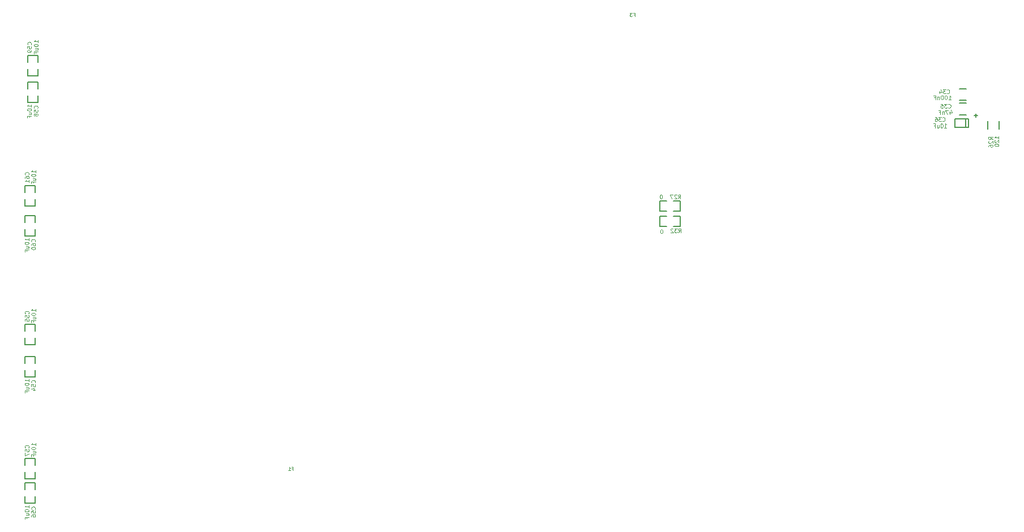
<source format=gbo>
G04 #@! TF.FileFunction,Legend,Bot*
%FSLAX46Y46*%
G04 Gerber Fmt 4.6, Leading zero omitted, Abs format (unit mm)*
G04 Created by KiCad (PCBNEW 4.0.4+e1-6308~48~ubuntu15.10.1-stable) date Fri Nov 17 08:43:39 2017*
%MOMM*%
%LPD*%
G01*
G04 APERTURE LIST*
%ADD10C,0.150000*%
%ADD11C,0.127000*%
%ADD12C,0.100000*%
G04 APERTURE END LIST*
D10*
X214909000Y-70530000D02*
X214909000Y-70403000D01*
X214655000Y-70657000D02*
X215163000Y-70657000D01*
X214909000Y-70911000D02*
X214909000Y-70530000D01*
X213385000Y-72435000D02*
X213385000Y-71165000D01*
X211734000Y-72435000D02*
X211734000Y-71165000D01*
X211734000Y-71165000D02*
X213766000Y-71165000D01*
X213766000Y-71165000D02*
X213766000Y-72435000D01*
X213766000Y-72435000D02*
X211734000Y-72435000D01*
D11*
X168664000Y-85716600D02*
X167648000Y-85716600D01*
X167648000Y-85716600D02*
X167648000Y-87240600D01*
X167648000Y-87240600D02*
X168664000Y-87240600D01*
X169680000Y-87240600D02*
X170696000Y-87240600D01*
X170696000Y-87240600D02*
X170696000Y-85716600D01*
X170696000Y-85716600D02*
X169680000Y-85716600D01*
X168664000Y-83481400D02*
X167648000Y-83481400D01*
X167648000Y-83481400D02*
X167648000Y-85005400D01*
X167648000Y-85005400D02*
X168664000Y-85005400D01*
X169680000Y-85005400D02*
X170696000Y-85005400D01*
X170696000Y-85005400D02*
X170696000Y-83481400D01*
X170696000Y-83481400D02*
X169680000Y-83481400D01*
X73136000Y-63754000D02*
X73136000Y-64770000D01*
X73136000Y-64770000D02*
X74660000Y-64770000D01*
X74660000Y-64770000D02*
X74660000Y-63754000D01*
X74660000Y-62738000D02*
X74660000Y-61722000D01*
X74660000Y-61722000D02*
X73136000Y-61722000D01*
X73136000Y-61722000D02*
X73136000Y-62738000D01*
X74660000Y-66675000D02*
X74660000Y-65659000D01*
X74660000Y-65659000D02*
X73136000Y-65659000D01*
X73136000Y-65659000D02*
X73136000Y-66675000D01*
X73136000Y-67691000D02*
X73136000Y-68707000D01*
X73136000Y-68707000D02*
X74660000Y-68707000D01*
X74660000Y-68707000D02*
X74660000Y-67691000D01*
X72755000Y-83218400D02*
X72755000Y-84234400D01*
X72755000Y-84234400D02*
X74279000Y-84234400D01*
X74279000Y-84234400D02*
X74279000Y-83218400D01*
X74279000Y-82202400D02*
X74279000Y-81186400D01*
X74279000Y-81186400D02*
X72755000Y-81186400D01*
X72755000Y-81186400D02*
X72755000Y-82202400D01*
X74279000Y-86664800D02*
X74279000Y-85648800D01*
X74279000Y-85648800D02*
X72755000Y-85648800D01*
X72755000Y-85648800D02*
X72755000Y-86664800D01*
X72755000Y-87680800D02*
X72755000Y-88696800D01*
X72755000Y-88696800D02*
X74279000Y-88696800D01*
X74279000Y-88696800D02*
X74279000Y-87680800D01*
X72755000Y-103983600D02*
X72755000Y-104999600D01*
X72755000Y-104999600D02*
X74279000Y-104999600D01*
X74279000Y-104999600D02*
X74279000Y-103983600D01*
X74279000Y-102967600D02*
X74279000Y-101951600D01*
X74279000Y-101951600D02*
X72755000Y-101951600D01*
X72755000Y-101951600D02*
X72755000Y-102967600D01*
X74279000Y-107756200D02*
X74279000Y-106740200D01*
X74279000Y-106740200D02*
X72755000Y-106740200D01*
X72755000Y-106740200D02*
X72755000Y-107756200D01*
X72755000Y-108772200D02*
X72755000Y-109788200D01*
X72755000Y-109788200D02*
X74279000Y-109788200D01*
X74279000Y-109788200D02*
X74279000Y-108772200D01*
X72755000Y-124053600D02*
X72755000Y-125069600D01*
X72755000Y-125069600D02*
X74279000Y-125069600D01*
X74279000Y-125069600D02*
X74279000Y-124053600D01*
X74279000Y-123037600D02*
X74279000Y-122021600D01*
X74279000Y-122021600D02*
X72755000Y-122021600D01*
X72755000Y-122021600D02*
X72755000Y-123037600D01*
X74279000Y-126669800D02*
X74279000Y-125653800D01*
X74279000Y-125653800D02*
X72755000Y-125653800D01*
X72755000Y-125653800D02*
X72755000Y-126669800D01*
X72755000Y-127685800D02*
X72755000Y-128701800D01*
X72755000Y-128701800D02*
X74279000Y-128701800D01*
X74279000Y-128701800D02*
X74279000Y-127685800D01*
D10*
X213450000Y-68400000D02*
X212450000Y-68400000D01*
X212450000Y-66700000D02*
X213450000Y-66700000D01*
X213450000Y-70550000D02*
X212450000Y-70550000D01*
X212450000Y-68850000D02*
X213450000Y-68850000D01*
X216630280Y-71536000D02*
X216630280Y-72736000D01*
X218380280Y-72736000D02*
X218380280Y-71536000D01*
D12*
X209885715Y-71489286D02*
X209914286Y-71517857D01*
X210000000Y-71546429D01*
X210057143Y-71546429D01*
X210142858Y-71517857D01*
X210200000Y-71460714D01*
X210228572Y-71403571D01*
X210257143Y-71289286D01*
X210257143Y-71203571D01*
X210228572Y-71089286D01*
X210200000Y-71032143D01*
X210142858Y-70975000D01*
X210057143Y-70946429D01*
X210000000Y-70946429D01*
X209914286Y-70975000D01*
X209885715Y-71003571D01*
X209685715Y-70946429D02*
X209314286Y-70946429D01*
X209514286Y-71175000D01*
X209428572Y-71175000D01*
X209371429Y-71203571D01*
X209342858Y-71232143D01*
X209314286Y-71289286D01*
X209314286Y-71432143D01*
X209342858Y-71489286D01*
X209371429Y-71517857D01*
X209428572Y-71546429D01*
X209600000Y-71546429D01*
X209657143Y-71517857D01*
X209685715Y-71489286D01*
X208800000Y-70946429D02*
X208914286Y-70946429D01*
X208971429Y-70975000D01*
X209000000Y-71003571D01*
X209057143Y-71089286D01*
X209085714Y-71203571D01*
X209085714Y-71432143D01*
X209057143Y-71489286D01*
X209028571Y-71517857D01*
X208971429Y-71546429D01*
X208857143Y-71546429D01*
X208800000Y-71517857D01*
X208771429Y-71489286D01*
X208742857Y-71432143D01*
X208742857Y-71289286D01*
X208771429Y-71232143D01*
X208800000Y-71203571D01*
X208857143Y-71175000D01*
X208971429Y-71175000D01*
X209028571Y-71203571D01*
X209057143Y-71232143D01*
X209085714Y-71289286D01*
X210167857Y-72496429D02*
X210510714Y-72496429D01*
X210339286Y-72496429D02*
X210339286Y-71896429D01*
X210396429Y-71982143D01*
X210453571Y-72039286D01*
X210510714Y-72067857D01*
X209796428Y-71896429D02*
X209739285Y-71896429D01*
X209682142Y-71925000D01*
X209653571Y-71953571D01*
X209625000Y-72010714D01*
X209596428Y-72125000D01*
X209596428Y-72267857D01*
X209625000Y-72382143D01*
X209653571Y-72439286D01*
X209682142Y-72467857D01*
X209739285Y-72496429D01*
X209796428Y-72496429D01*
X209853571Y-72467857D01*
X209882142Y-72439286D01*
X209910714Y-72382143D01*
X209939285Y-72267857D01*
X209939285Y-72125000D01*
X209910714Y-72010714D01*
X209882142Y-71953571D01*
X209853571Y-71925000D01*
X209796428Y-71896429D01*
X209082142Y-72096429D02*
X209082142Y-72496429D01*
X209339285Y-72096429D02*
X209339285Y-72410714D01*
X209310713Y-72467857D01*
X209253571Y-72496429D01*
X209167856Y-72496429D01*
X209110713Y-72467857D01*
X209082142Y-72439286D01*
X208596428Y-72182143D02*
X208796428Y-72182143D01*
X208796428Y-72496429D02*
X208796428Y-71896429D01*
X208510714Y-71896429D01*
X170413315Y-88180829D02*
X170613315Y-87895114D01*
X170756172Y-88180829D02*
X170756172Y-87580829D01*
X170527600Y-87580829D01*
X170470458Y-87609400D01*
X170441886Y-87637971D01*
X170413315Y-87695114D01*
X170413315Y-87780829D01*
X170441886Y-87837971D01*
X170470458Y-87866543D01*
X170527600Y-87895114D01*
X170756172Y-87895114D01*
X170213315Y-87580829D02*
X169841886Y-87580829D01*
X170041886Y-87809400D01*
X169956172Y-87809400D01*
X169899029Y-87837971D01*
X169870458Y-87866543D01*
X169841886Y-87923686D01*
X169841886Y-88066543D01*
X169870458Y-88123686D01*
X169899029Y-88152257D01*
X169956172Y-88180829D01*
X170127600Y-88180829D01*
X170184743Y-88152257D01*
X170213315Y-88123686D01*
X169613314Y-87637971D02*
X169584743Y-87609400D01*
X169527600Y-87580829D01*
X169384743Y-87580829D01*
X169327600Y-87609400D01*
X169299029Y-87637971D01*
X169270457Y-87695114D01*
X169270457Y-87752257D01*
X169299029Y-87837971D01*
X169641886Y-88180829D01*
X169270457Y-88180829D01*
X167922571Y-87707829D02*
X167865428Y-87707829D01*
X167808285Y-87736400D01*
X167779714Y-87764971D01*
X167751143Y-87822114D01*
X167722571Y-87936400D01*
X167722571Y-88079257D01*
X167751143Y-88193543D01*
X167779714Y-88250686D01*
X167808285Y-88279257D01*
X167865428Y-88307829D01*
X167922571Y-88307829D01*
X167979714Y-88279257D01*
X168008285Y-88250686D01*
X168036857Y-88193543D01*
X168065428Y-88079257D01*
X168065428Y-87936400D01*
X168036857Y-87822114D01*
X168008285Y-87764971D01*
X167979714Y-87736400D01*
X167922571Y-87707829D01*
X170362515Y-83100829D02*
X170562515Y-82815114D01*
X170705372Y-83100829D02*
X170705372Y-82500829D01*
X170476800Y-82500829D01*
X170419658Y-82529400D01*
X170391086Y-82557971D01*
X170362515Y-82615114D01*
X170362515Y-82700829D01*
X170391086Y-82757971D01*
X170419658Y-82786543D01*
X170476800Y-82815114D01*
X170705372Y-82815114D01*
X170133943Y-82557971D02*
X170105372Y-82529400D01*
X170048229Y-82500829D01*
X169905372Y-82500829D01*
X169848229Y-82529400D01*
X169819658Y-82557971D01*
X169791086Y-82615114D01*
X169791086Y-82672257D01*
X169819658Y-82757971D01*
X170162515Y-83100829D01*
X169791086Y-83100829D01*
X169591086Y-82500829D02*
X169191086Y-82500829D01*
X169448229Y-83100829D01*
X167846371Y-82526229D02*
X167789228Y-82526229D01*
X167732085Y-82554800D01*
X167703514Y-82583371D01*
X167674943Y-82640514D01*
X167646371Y-82754800D01*
X167646371Y-82897657D01*
X167674943Y-83011943D01*
X167703514Y-83069086D01*
X167732085Y-83097657D01*
X167789228Y-83126229D01*
X167846371Y-83126229D01*
X167903514Y-83097657D01*
X167932085Y-83069086D01*
X167960657Y-83011943D01*
X167989228Y-82897657D01*
X167989228Y-82754800D01*
X167960657Y-82640514D01*
X167932085Y-82583371D01*
X167903514Y-82554800D01*
X167846371Y-82526229D01*
X73634766Y-60076445D02*
X73663337Y-60047874D01*
X73691909Y-59962160D01*
X73691909Y-59905017D01*
X73663337Y-59819302D01*
X73606194Y-59762160D01*
X73549051Y-59733588D01*
X73434766Y-59705017D01*
X73349051Y-59705017D01*
X73234766Y-59733588D01*
X73177623Y-59762160D01*
X73120480Y-59819302D01*
X73091909Y-59905017D01*
X73091909Y-59962160D01*
X73120480Y-60047874D01*
X73149051Y-60076445D01*
X73091909Y-60619302D02*
X73091909Y-60333588D01*
X73377623Y-60305017D01*
X73349051Y-60333588D01*
X73320480Y-60390731D01*
X73320480Y-60533588D01*
X73349051Y-60590731D01*
X73377623Y-60619302D01*
X73434766Y-60647874D01*
X73577623Y-60647874D01*
X73634766Y-60619302D01*
X73663337Y-60590731D01*
X73691909Y-60533588D01*
X73691909Y-60390731D01*
X73663337Y-60333588D01*
X73634766Y-60305017D01*
X73691909Y-60933589D02*
X73691909Y-61047874D01*
X73663337Y-61105017D01*
X73634766Y-61133589D01*
X73549051Y-61190731D01*
X73434766Y-61219303D01*
X73206194Y-61219303D01*
X73149051Y-61190731D01*
X73120480Y-61162160D01*
X73091909Y-61105017D01*
X73091909Y-60990731D01*
X73120480Y-60933589D01*
X73149051Y-60905017D01*
X73206194Y-60876446D01*
X73349051Y-60876446D01*
X73406194Y-60905017D01*
X73434766Y-60933589D01*
X73463337Y-60990731D01*
X73463337Y-61105017D01*
X73434766Y-61162160D01*
X73406194Y-61190731D01*
X73349051Y-61219303D01*
X74668469Y-59752663D02*
X74668469Y-59409806D01*
X74668469Y-59581234D02*
X74068469Y-59581234D01*
X74154183Y-59524091D01*
X74211326Y-59466949D01*
X74239897Y-59409806D01*
X74068469Y-60124092D02*
X74068469Y-60181235D01*
X74097040Y-60238378D01*
X74125611Y-60266949D01*
X74182754Y-60295520D01*
X74297040Y-60324092D01*
X74439897Y-60324092D01*
X74554183Y-60295520D01*
X74611326Y-60266949D01*
X74639897Y-60238378D01*
X74668469Y-60181235D01*
X74668469Y-60124092D01*
X74639897Y-60066949D01*
X74611326Y-60038378D01*
X74554183Y-60009806D01*
X74439897Y-59981235D01*
X74297040Y-59981235D01*
X74182754Y-60009806D01*
X74125611Y-60038378D01*
X74097040Y-60066949D01*
X74068469Y-60124092D01*
X74268469Y-60838378D02*
X74668469Y-60838378D01*
X74268469Y-60581235D02*
X74582754Y-60581235D01*
X74639897Y-60609807D01*
X74668469Y-60666949D01*
X74668469Y-60752664D01*
X74639897Y-60809807D01*
X74611326Y-60838378D01*
X74354183Y-61324092D02*
X74354183Y-61124092D01*
X74668469Y-61124092D02*
X74068469Y-61124092D01*
X74068469Y-61409806D01*
X74589806Y-69581125D02*
X74618377Y-69552554D01*
X74646949Y-69466840D01*
X74646949Y-69409697D01*
X74618377Y-69323982D01*
X74561234Y-69266840D01*
X74504091Y-69238268D01*
X74389806Y-69209697D01*
X74304091Y-69209697D01*
X74189806Y-69238268D01*
X74132663Y-69266840D01*
X74075520Y-69323982D01*
X74046949Y-69409697D01*
X74046949Y-69466840D01*
X74075520Y-69552554D01*
X74104091Y-69581125D01*
X74046949Y-70123982D02*
X74046949Y-69838268D01*
X74332663Y-69809697D01*
X74304091Y-69838268D01*
X74275520Y-69895411D01*
X74275520Y-70038268D01*
X74304091Y-70095411D01*
X74332663Y-70123982D01*
X74389806Y-70152554D01*
X74532663Y-70152554D01*
X74589806Y-70123982D01*
X74618377Y-70095411D01*
X74646949Y-70038268D01*
X74646949Y-69895411D01*
X74618377Y-69838268D01*
X74589806Y-69809697D01*
X74304091Y-70495411D02*
X74275520Y-70438269D01*
X74246949Y-70409697D01*
X74189806Y-70381126D01*
X74161234Y-70381126D01*
X74104091Y-70409697D01*
X74075520Y-70438269D01*
X74046949Y-70495411D01*
X74046949Y-70609697D01*
X74075520Y-70666840D01*
X74104091Y-70695411D01*
X74161234Y-70723983D01*
X74189806Y-70723983D01*
X74246949Y-70695411D01*
X74275520Y-70666840D01*
X74304091Y-70609697D01*
X74304091Y-70495411D01*
X74332663Y-70438269D01*
X74361234Y-70409697D01*
X74418377Y-70381126D01*
X74532663Y-70381126D01*
X74589806Y-70409697D01*
X74618377Y-70438269D01*
X74646949Y-70495411D01*
X74646949Y-70609697D01*
X74618377Y-70666840D01*
X74589806Y-70695411D01*
X74532663Y-70723983D01*
X74418377Y-70723983D01*
X74361234Y-70695411D01*
X74332663Y-70666840D01*
X74304091Y-70609697D01*
X73670389Y-69390623D02*
X73670389Y-69047766D01*
X73670389Y-69219194D02*
X73070389Y-69219194D01*
X73156103Y-69162051D01*
X73213246Y-69104909D01*
X73241817Y-69047766D01*
X73070389Y-69762052D02*
X73070389Y-69819195D01*
X73098960Y-69876338D01*
X73127531Y-69904909D01*
X73184674Y-69933480D01*
X73298960Y-69962052D01*
X73441817Y-69962052D01*
X73556103Y-69933480D01*
X73613246Y-69904909D01*
X73641817Y-69876338D01*
X73670389Y-69819195D01*
X73670389Y-69762052D01*
X73641817Y-69704909D01*
X73613246Y-69676338D01*
X73556103Y-69647766D01*
X73441817Y-69619195D01*
X73298960Y-69619195D01*
X73184674Y-69647766D01*
X73127531Y-69676338D01*
X73098960Y-69704909D01*
X73070389Y-69762052D01*
X73270389Y-70476338D02*
X73670389Y-70476338D01*
X73270389Y-70219195D02*
X73584674Y-70219195D01*
X73641817Y-70247767D01*
X73670389Y-70304909D01*
X73670389Y-70390624D01*
X73641817Y-70447767D01*
X73613246Y-70476338D01*
X73356103Y-70962052D02*
X73356103Y-70762052D01*
X73670389Y-70762052D02*
X73070389Y-70762052D01*
X73070389Y-71047766D01*
X73253766Y-79540845D02*
X73282337Y-79512274D01*
X73310909Y-79426560D01*
X73310909Y-79369417D01*
X73282337Y-79283702D01*
X73225194Y-79226560D01*
X73168051Y-79197988D01*
X73053766Y-79169417D01*
X72968051Y-79169417D01*
X72853766Y-79197988D01*
X72796623Y-79226560D01*
X72739480Y-79283702D01*
X72710909Y-79369417D01*
X72710909Y-79426560D01*
X72739480Y-79512274D01*
X72768051Y-79540845D01*
X72710909Y-80055131D02*
X72710909Y-79940845D01*
X72739480Y-79883702D01*
X72768051Y-79855131D01*
X72853766Y-79797988D01*
X72968051Y-79769417D01*
X73196623Y-79769417D01*
X73253766Y-79797988D01*
X73282337Y-79826560D01*
X73310909Y-79883702D01*
X73310909Y-79997988D01*
X73282337Y-80055131D01*
X73253766Y-80083702D01*
X73196623Y-80112274D01*
X73053766Y-80112274D01*
X72996623Y-80083702D01*
X72968051Y-80055131D01*
X72939480Y-79997988D01*
X72939480Y-79883702D01*
X72968051Y-79826560D01*
X72996623Y-79797988D01*
X73053766Y-79769417D01*
X73310909Y-80683703D02*
X73310909Y-80340846D01*
X73310909Y-80512274D02*
X72710909Y-80512274D01*
X72796623Y-80455131D01*
X72853766Y-80397989D01*
X72882337Y-80340846D01*
X74287469Y-79217063D02*
X74287469Y-78874206D01*
X74287469Y-79045634D02*
X73687469Y-79045634D01*
X73773183Y-78988491D01*
X73830326Y-78931349D01*
X73858897Y-78874206D01*
X73687469Y-79588492D02*
X73687469Y-79645635D01*
X73716040Y-79702778D01*
X73744611Y-79731349D01*
X73801754Y-79759920D01*
X73916040Y-79788492D01*
X74058897Y-79788492D01*
X74173183Y-79759920D01*
X74230326Y-79731349D01*
X74258897Y-79702778D01*
X74287469Y-79645635D01*
X74287469Y-79588492D01*
X74258897Y-79531349D01*
X74230326Y-79502778D01*
X74173183Y-79474206D01*
X74058897Y-79445635D01*
X73916040Y-79445635D01*
X73801754Y-79474206D01*
X73744611Y-79502778D01*
X73716040Y-79531349D01*
X73687469Y-79588492D01*
X73887469Y-80302778D02*
X74287469Y-80302778D01*
X73887469Y-80045635D02*
X74201754Y-80045635D01*
X74258897Y-80074207D01*
X74287469Y-80131349D01*
X74287469Y-80217064D01*
X74258897Y-80274207D01*
X74230326Y-80302778D01*
X73973183Y-80788492D02*
X73973183Y-80588492D01*
X74287469Y-80588492D02*
X73687469Y-80588492D01*
X73687469Y-80874206D01*
X74208806Y-89570925D02*
X74237377Y-89542354D01*
X74265949Y-89456640D01*
X74265949Y-89399497D01*
X74237377Y-89313782D01*
X74180234Y-89256640D01*
X74123091Y-89228068D01*
X74008806Y-89199497D01*
X73923091Y-89199497D01*
X73808806Y-89228068D01*
X73751663Y-89256640D01*
X73694520Y-89313782D01*
X73665949Y-89399497D01*
X73665949Y-89456640D01*
X73694520Y-89542354D01*
X73723091Y-89570925D01*
X73665949Y-90085211D02*
X73665949Y-89970925D01*
X73694520Y-89913782D01*
X73723091Y-89885211D01*
X73808806Y-89828068D01*
X73923091Y-89799497D01*
X74151663Y-89799497D01*
X74208806Y-89828068D01*
X74237377Y-89856640D01*
X74265949Y-89913782D01*
X74265949Y-90028068D01*
X74237377Y-90085211D01*
X74208806Y-90113782D01*
X74151663Y-90142354D01*
X74008806Y-90142354D01*
X73951663Y-90113782D01*
X73923091Y-90085211D01*
X73894520Y-90028068D01*
X73894520Y-89913782D01*
X73923091Y-89856640D01*
X73951663Y-89828068D01*
X74008806Y-89799497D01*
X73665949Y-90513783D02*
X73665949Y-90570926D01*
X73694520Y-90628069D01*
X73723091Y-90656640D01*
X73780234Y-90685211D01*
X73894520Y-90713783D01*
X74037377Y-90713783D01*
X74151663Y-90685211D01*
X74208806Y-90656640D01*
X74237377Y-90628069D01*
X74265949Y-90570926D01*
X74265949Y-90513783D01*
X74237377Y-90456640D01*
X74208806Y-90428069D01*
X74151663Y-90399497D01*
X74037377Y-90370926D01*
X73894520Y-90370926D01*
X73780234Y-90399497D01*
X73723091Y-90428069D01*
X73694520Y-90456640D01*
X73665949Y-90513783D01*
X73289389Y-89380423D02*
X73289389Y-89037566D01*
X73289389Y-89208994D02*
X72689389Y-89208994D01*
X72775103Y-89151851D01*
X72832246Y-89094709D01*
X72860817Y-89037566D01*
X72689389Y-89751852D02*
X72689389Y-89808995D01*
X72717960Y-89866138D01*
X72746531Y-89894709D01*
X72803674Y-89923280D01*
X72917960Y-89951852D01*
X73060817Y-89951852D01*
X73175103Y-89923280D01*
X73232246Y-89894709D01*
X73260817Y-89866138D01*
X73289389Y-89808995D01*
X73289389Y-89751852D01*
X73260817Y-89694709D01*
X73232246Y-89666138D01*
X73175103Y-89637566D01*
X73060817Y-89608995D01*
X72917960Y-89608995D01*
X72803674Y-89637566D01*
X72746531Y-89666138D01*
X72717960Y-89694709D01*
X72689389Y-89751852D01*
X72889389Y-90466138D02*
X73289389Y-90466138D01*
X72889389Y-90208995D02*
X73203674Y-90208995D01*
X73260817Y-90237567D01*
X73289389Y-90294709D01*
X73289389Y-90380424D01*
X73260817Y-90437567D01*
X73232246Y-90466138D01*
X72975103Y-90951852D02*
X72975103Y-90751852D01*
X73289389Y-90751852D02*
X72689389Y-90751852D01*
X72689389Y-91037566D01*
X73253766Y-100306045D02*
X73282337Y-100277474D01*
X73310909Y-100191760D01*
X73310909Y-100134617D01*
X73282337Y-100048902D01*
X73225194Y-99991760D01*
X73168051Y-99963188D01*
X73053766Y-99934617D01*
X72968051Y-99934617D01*
X72853766Y-99963188D01*
X72796623Y-99991760D01*
X72739480Y-100048902D01*
X72710909Y-100134617D01*
X72710909Y-100191760D01*
X72739480Y-100277474D01*
X72768051Y-100306045D01*
X72710909Y-100848902D02*
X72710909Y-100563188D01*
X72996623Y-100534617D01*
X72968051Y-100563188D01*
X72939480Y-100620331D01*
X72939480Y-100763188D01*
X72968051Y-100820331D01*
X72996623Y-100848902D01*
X73053766Y-100877474D01*
X73196623Y-100877474D01*
X73253766Y-100848902D01*
X73282337Y-100820331D01*
X73310909Y-100763188D01*
X73310909Y-100620331D01*
X73282337Y-100563188D01*
X73253766Y-100534617D01*
X72710909Y-101420331D02*
X72710909Y-101134617D01*
X72996623Y-101106046D01*
X72968051Y-101134617D01*
X72939480Y-101191760D01*
X72939480Y-101334617D01*
X72968051Y-101391760D01*
X72996623Y-101420331D01*
X73053766Y-101448903D01*
X73196623Y-101448903D01*
X73253766Y-101420331D01*
X73282337Y-101391760D01*
X73310909Y-101334617D01*
X73310909Y-101191760D01*
X73282337Y-101134617D01*
X73253766Y-101106046D01*
X74287469Y-99982263D02*
X74287469Y-99639406D01*
X74287469Y-99810834D02*
X73687469Y-99810834D01*
X73773183Y-99753691D01*
X73830326Y-99696549D01*
X73858897Y-99639406D01*
X73687469Y-100353692D02*
X73687469Y-100410835D01*
X73716040Y-100467978D01*
X73744611Y-100496549D01*
X73801754Y-100525120D01*
X73916040Y-100553692D01*
X74058897Y-100553692D01*
X74173183Y-100525120D01*
X74230326Y-100496549D01*
X74258897Y-100467978D01*
X74287469Y-100410835D01*
X74287469Y-100353692D01*
X74258897Y-100296549D01*
X74230326Y-100267978D01*
X74173183Y-100239406D01*
X74058897Y-100210835D01*
X73916040Y-100210835D01*
X73801754Y-100239406D01*
X73744611Y-100267978D01*
X73716040Y-100296549D01*
X73687469Y-100353692D01*
X73887469Y-101067978D02*
X74287469Y-101067978D01*
X73887469Y-100810835D02*
X74201754Y-100810835D01*
X74258897Y-100839407D01*
X74287469Y-100896549D01*
X74287469Y-100982264D01*
X74258897Y-101039407D01*
X74230326Y-101067978D01*
X73973183Y-101553692D02*
X73973183Y-101353692D01*
X74287469Y-101353692D02*
X73687469Y-101353692D01*
X73687469Y-101639406D01*
X74208806Y-110662325D02*
X74237377Y-110633754D01*
X74265949Y-110548040D01*
X74265949Y-110490897D01*
X74237377Y-110405182D01*
X74180234Y-110348040D01*
X74123091Y-110319468D01*
X74008806Y-110290897D01*
X73923091Y-110290897D01*
X73808806Y-110319468D01*
X73751663Y-110348040D01*
X73694520Y-110405182D01*
X73665949Y-110490897D01*
X73665949Y-110548040D01*
X73694520Y-110633754D01*
X73723091Y-110662325D01*
X73665949Y-111205182D02*
X73665949Y-110919468D01*
X73951663Y-110890897D01*
X73923091Y-110919468D01*
X73894520Y-110976611D01*
X73894520Y-111119468D01*
X73923091Y-111176611D01*
X73951663Y-111205182D01*
X74008806Y-111233754D01*
X74151663Y-111233754D01*
X74208806Y-111205182D01*
X74237377Y-111176611D01*
X74265949Y-111119468D01*
X74265949Y-110976611D01*
X74237377Y-110919468D01*
X74208806Y-110890897D01*
X73865949Y-111748040D02*
X74265949Y-111748040D01*
X73637377Y-111605183D02*
X74065949Y-111462326D01*
X74065949Y-111833754D01*
X73289389Y-110471823D02*
X73289389Y-110128966D01*
X73289389Y-110300394D02*
X72689389Y-110300394D01*
X72775103Y-110243251D01*
X72832246Y-110186109D01*
X72860817Y-110128966D01*
X72689389Y-110843252D02*
X72689389Y-110900395D01*
X72717960Y-110957538D01*
X72746531Y-110986109D01*
X72803674Y-111014680D01*
X72917960Y-111043252D01*
X73060817Y-111043252D01*
X73175103Y-111014680D01*
X73232246Y-110986109D01*
X73260817Y-110957538D01*
X73289389Y-110900395D01*
X73289389Y-110843252D01*
X73260817Y-110786109D01*
X73232246Y-110757538D01*
X73175103Y-110728966D01*
X73060817Y-110700395D01*
X72917960Y-110700395D01*
X72803674Y-110728966D01*
X72746531Y-110757538D01*
X72717960Y-110786109D01*
X72689389Y-110843252D01*
X72889389Y-111557538D02*
X73289389Y-111557538D01*
X72889389Y-111300395D02*
X73203674Y-111300395D01*
X73260817Y-111328967D01*
X73289389Y-111386109D01*
X73289389Y-111471824D01*
X73260817Y-111528967D01*
X73232246Y-111557538D01*
X72975103Y-112043252D02*
X72975103Y-111843252D01*
X73289389Y-111843252D02*
X72689389Y-111843252D01*
X72689389Y-112128966D01*
X73253766Y-120376045D02*
X73282337Y-120347474D01*
X73310909Y-120261760D01*
X73310909Y-120204617D01*
X73282337Y-120118902D01*
X73225194Y-120061760D01*
X73168051Y-120033188D01*
X73053766Y-120004617D01*
X72968051Y-120004617D01*
X72853766Y-120033188D01*
X72796623Y-120061760D01*
X72739480Y-120118902D01*
X72710909Y-120204617D01*
X72710909Y-120261760D01*
X72739480Y-120347474D01*
X72768051Y-120376045D01*
X72710909Y-120918902D02*
X72710909Y-120633188D01*
X72996623Y-120604617D01*
X72968051Y-120633188D01*
X72939480Y-120690331D01*
X72939480Y-120833188D01*
X72968051Y-120890331D01*
X72996623Y-120918902D01*
X73053766Y-120947474D01*
X73196623Y-120947474D01*
X73253766Y-120918902D01*
X73282337Y-120890331D01*
X73310909Y-120833188D01*
X73310909Y-120690331D01*
X73282337Y-120633188D01*
X73253766Y-120604617D01*
X72710909Y-121147474D02*
X72710909Y-121547474D01*
X73310909Y-121290331D01*
X74287469Y-120052263D02*
X74287469Y-119709406D01*
X74287469Y-119880834D02*
X73687469Y-119880834D01*
X73773183Y-119823691D01*
X73830326Y-119766549D01*
X73858897Y-119709406D01*
X73687469Y-120423692D02*
X73687469Y-120480835D01*
X73716040Y-120537978D01*
X73744611Y-120566549D01*
X73801754Y-120595120D01*
X73916040Y-120623692D01*
X74058897Y-120623692D01*
X74173183Y-120595120D01*
X74230326Y-120566549D01*
X74258897Y-120537978D01*
X74287469Y-120480835D01*
X74287469Y-120423692D01*
X74258897Y-120366549D01*
X74230326Y-120337978D01*
X74173183Y-120309406D01*
X74058897Y-120280835D01*
X73916040Y-120280835D01*
X73801754Y-120309406D01*
X73744611Y-120337978D01*
X73716040Y-120366549D01*
X73687469Y-120423692D01*
X73887469Y-121137978D02*
X74287469Y-121137978D01*
X73887469Y-120880835D02*
X74201754Y-120880835D01*
X74258897Y-120909407D01*
X74287469Y-120966549D01*
X74287469Y-121052264D01*
X74258897Y-121109407D01*
X74230326Y-121137978D01*
X73973183Y-121623692D02*
X73973183Y-121423692D01*
X74287469Y-121423692D02*
X73687469Y-121423692D01*
X73687469Y-121709406D01*
X74208806Y-129575925D02*
X74237377Y-129547354D01*
X74265949Y-129461640D01*
X74265949Y-129404497D01*
X74237377Y-129318782D01*
X74180234Y-129261640D01*
X74123091Y-129233068D01*
X74008806Y-129204497D01*
X73923091Y-129204497D01*
X73808806Y-129233068D01*
X73751663Y-129261640D01*
X73694520Y-129318782D01*
X73665949Y-129404497D01*
X73665949Y-129461640D01*
X73694520Y-129547354D01*
X73723091Y-129575925D01*
X73665949Y-130118782D02*
X73665949Y-129833068D01*
X73951663Y-129804497D01*
X73923091Y-129833068D01*
X73894520Y-129890211D01*
X73894520Y-130033068D01*
X73923091Y-130090211D01*
X73951663Y-130118782D01*
X74008806Y-130147354D01*
X74151663Y-130147354D01*
X74208806Y-130118782D01*
X74237377Y-130090211D01*
X74265949Y-130033068D01*
X74265949Y-129890211D01*
X74237377Y-129833068D01*
X74208806Y-129804497D01*
X73665949Y-130661640D02*
X73665949Y-130547354D01*
X73694520Y-130490211D01*
X73723091Y-130461640D01*
X73808806Y-130404497D01*
X73923091Y-130375926D01*
X74151663Y-130375926D01*
X74208806Y-130404497D01*
X74237377Y-130433069D01*
X74265949Y-130490211D01*
X74265949Y-130604497D01*
X74237377Y-130661640D01*
X74208806Y-130690211D01*
X74151663Y-130718783D01*
X74008806Y-130718783D01*
X73951663Y-130690211D01*
X73923091Y-130661640D01*
X73894520Y-130604497D01*
X73894520Y-130490211D01*
X73923091Y-130433069D01*
X73951663Y-130404497D01*
X74008806Y-130375926D01*
X73289389Y-129385423D02*
X73289389Y-129042566D01*
X73289389Y-129213994D02*
X72689389Y-129213994D01*
X72775103Y-129156851D01*
X72832246Y-129099709D01*
X72860817Y-129042566D01*
X72689389Y-129756852D02*
X72689389Y-129813995D01*
X72717960Y-129871138D01*
X72746531Y-129899709D01*
X72803674Y-129928280D01*
X72917960Y-129956852D01*
X73060817Y-129956852D01*
X73175103Y-129928280D01*
X73232246Y-129899709D01*
X73260817Y-129871138D01*
X73289389Y-129813995D01*
X73289389Y-129756852D01*
X73260817Y-129699709D01*
X73232246Y-129671138D01*
X73175103Y-129642566D01*
X73060817Y-129613995D01*
X72917960Y-129613995D01*
X72803674Y-129642566D01*
X72746531Y-129671138D01*
X72717960Y-129699709D01*
X72689389Y-129756852D01*
X72889389Y-130471138D02*
X73289389Y-130471138D01*
X72889389Y-130213995D02*
X73203674Y-130213995D01*
X73260817Y-130242567D01*
X73289389Y-130299709D01*
X73289389Y-130385424D01*
X73260817Y-130442567D01*
X73232246Y-130471138D01*
X72975103Y-130956852D02*
X72975103Y-130756852D01*
X73289389Y-130756852D02*
X72689389Y-130756852D01*
X72689389Y-131042566D01*
X163696666Y-55564286D02*
X163863332Y-55564286D01*
X163863332Y-55826190D02*
X163863332Y-55326190D01*
X163625237Y-55326190D01*
X163482380Y-55326190D02*
X163172857Y-55326190D01*
X163339523Y-55516667D01*
X163268095Y-55516667D01*
X163220476Y-55540476D01*
X163196666Y-55564286D01*
X163172857Y-55611905D01*
X163172857Y-55730952D01*
X163196666Y-55778571D01*
X163220476Y-55802381D01*
X163268095Y-55826190D01*
X163410952Y-55826190D01*
X163458571Y-55802381D01*
X163482380Y-55778571D01*
X112626666Y-123504286D02*
X112793332Y-123504286D01*
X112793332Y-123766190D02*
X112793332Y-123266190D01*
X112555237Y-123266190D01*
X112102857Y-123766190D02*
X112388571Y-123766190D01*
X112245714Y-123766190D02*
X112245714Y-123266190D01*
X112293333Y-123337619D01*
X112340952Y-123385238D01*
X112388571Y-123409048D01*
X210560715Y-67339286D02*
X210589286Y-67367857D01*
X210675000Y-67396429D01*
X210732143Y-67396429D01*
X210817858Y-67367857D01*
X210875000Y-67310714D01*
X210903572Y-67253571D01*
X210932143Y-67139286D01*
X210932143Y-67053571D01*
X210903572Y-66939286D01*
X210875000Y-66882143D01*
X210817858Y-66825000D01*
X210732143Y-66796429D01*
X210675000Y-66796429D01*
X210589286Y-66825000D01*
X210560715Y-66853571D01*
X210360715Y-66796429D02*
X209989286Y-66796429D01*
X210189286Y-67025000D01*
X210103572Y-67025000D01*
X210046429Y-67053571D01*
X210017858Y-67082143D01*
X209989286Y-67139286D01*
X209989286Y-67282143D01*
X210017858Y-67339286D01*
X210046429Y-67367857D01*
X210103572Y-67396429D01*
X210275000Y-67396429D01*
X210332143Y-67367857D01*
X210360715Y-67339286D01*
X209475000Y-66996429D02*
X209475000Y-67396429D01*
X209617857Y-66767857D02*
X209760714Y-67196429D01*
X209389286Y-67196429D01*
X210778572Y-68271429D02*
X211121429Y-68271429D01*
X210950001Y-68271429D02*
X210950001Y-67671429D01*
X211007144Y-67757143D01*
X211064286Y-67814286D01*
X211121429Y-67842857D01*
X210407143Y-67671429D02*
X210350000Y-67671429D01*
X210292857Y-67700000D01*
X210264286Y-67728571D01*
X210235715Y-67785714D01*
X210207143Y-67900000D01*
X210207143Y-68042857D01*
X210235715Y-68157143D01*
X210264286Y-68214286D01*
X210292857Y-68242857D01*
X210350000Y-68271429D01*
X210407143Y-68271429D01*
X210464286Y-68242857D01*
X210492857Y-68214286D01*
X210521429Y-68157143D01*
X210550000Y-68042857D01*
X210550000Y-67900000D01*
X210521429Y-67785714D01*
X210492857Y-67728571D01*
X210464286Y-67700000D01*
X210407143Y-67671429D01*
X209835714Y-67671429D02*
X209778571Y-67671429D01*
X209721428Y-67700000D01*
X209692857Y-67728571D01*
X209664286Y-67785714D01*
X209635714Y-67900000D01*
X209635714Y-68042857D01*
X209664286Y-68157143D01*
X209692857Y-68214286D01*
X209721428Y-68242857D01*
X209778571Y-68271429D01*
X209835714Y-68271429D01*
X209892857Y-68242857D01*
X209921428Y-68214286D01*
X209950000Y-68157143D01*
X209978571Y-68042857D01*
X209978571Y-67900000D01*
X209950000Y-67785714D01*
X209921428Y-67728571D01*
X209892857Y-67700000D01*
X209835714Y-67671429D01*
X209378571Y-67871429D02*
X209378571Y-68271429D01*
X209378571Y-67928571D02*
X209349999Y-67900000D01*
X209292857Y-67871429D01*
X209207142Y-67871429D01*
X209149999Y-67900000D01*
X209121428Y-67957143D01*
X209121428Y-68271429D01*
X208635714Y-67957143D02*
X208835714Y-67957143D01*
X208835714Y-68271429D02*
X208835714Y-67671429D01*
X208550000Y-67671429D01*
X210735715Y-69489286D02*
X210764286Y-69517857D01*
X210850000Y-69546429D01*
X210907143Y-69546429D01*
X210992858Y-69517857D01*
X211050000Y-69460714D01*
X211078572Y-69403571D01*
X211107143Y-69289286D01*
X211107143Y-69203571D01*
X211078572Y-69089286D01*
X211050000Y-69032143D01*
X210992858Y-68975000D01*
X210907143Y-68946429D01*
X210850000Y-68946429D01*
X210764286Y-68975000D01*
X210735715Y-69003571D01*
X210535715Y-68946429D02*
X210164286Y-68946429D01*
X210364286Y-69175000D01*
X210278572Y-69175000D01*
X210221429Y-69203571D01*
X210192858Y-69232143D01*
X210164286Y-69289286D01*
X210164286Y-69432143D01*
X210192858Y-69489286D01*
X210221429Y-69517857D01*
X210278572Y-69546429D01*
X210450000Y-69546429D01*
X210507143Y-69517857D01*
X210535715Y-69489286D01*
X209621429Y-68946429D02*
X209907143Y-68946429D01*
X209935714Y-69232143D01*
X209907143Y-69203571D01*
X209850000Y-69175000D01*
X209707143Y-69175000D01*
X209650000Y-69203571D01*
X209621429Y-69232143D01*
X209592857Y-69289286D01*
X209592857Y-69432143D01*
X209621429Y-69489286D01*
X209650000Y-69517857D01*
X209707143Y-69546429D01*
X209850000Y-69546429D01*
X209907143Y-69517857D01*
X209935714Y-69489286D01*
X211000000Y-70071429D02*
X211000000Y-70471429D01*
X211142857Y-69842857D02*
X211285714Y-70271429D01*
X210914286Y-70271429D01*
X210742857Y-69871429D02*
X210342857Y-69871429D01*
X210600000Y-70471429D01*
X210114285Y-70071429D02*
X210114285Y-70471429D01*
X210114285Y-70128571D02*
X210085713Y-70100000D01*
X210028571Y-70071429D01*
X209942856Y-70071429D01*
X209885713Y-70100000D01*
X209857142Y-70157143D01*
X209857142Y-70471429D01*
X209371428Y-70157143D02*
X209571428Y-70157143D01*
X209571428Y-70471429D02*
X209571428Y-69871429D01*
X209285714Y-69871429D01*
X217376709Y-74250285D02*
X217090994Y-74050285D01*
X217376709Y-73907428D02*
X216776709Y-73907428D01*
X216776709Y-74136000D01*
X216805280Y-74193142D01*
X216833851Y-74221714D01*
X216890994Y-74250285D01*
X216976709Y-74250285D01*
X217033851Y-74221714D01*
X217062423Y-74193142D01*
X217090994Y-74136000D01*
X217090994Y-73907428D01*
X216833851Y-74478857D02*
X216805280Y-74507428D01*
X216776709Y-74564571D01*
X216776709Y-74707428D01*
X216805280Y-74764571D01*
X216833851Y-74793142D01*
X216890994Y-74821714D01*
X216948137Y-74821714D01*
X217033851Y-74793142D01*
X217376709Y-74450285D01*
X217376709Y-74821714D01*
X216776709Y-75336000D02*
X216776709Y-75221714D01*
X216805280Y-75164571D01*
X216833851Y-75136000D01*
X216919566Y-75078857D01*
X217033851Y-75050286D01*
X217262423Y-75050286D01*
X217319566Y-75078857D01*
X217348137Y-75107429D01*
X217376709Y-75164571D01*
X217376709Y-75278857D01*
X217348137Y-75336000D01*
X217319566Y-75364571D01*
X217262423Y-75393143D01*
X217119566Y-75393143D01*
X217062423Y-75364571D01*
X217033851Y-75336000D01*
X217005280Y-75278857D01*
X217005280Y-75164571D01*
X217033851Y-75107429D01*
X217062423Y-75078857D01*
X217119566Y-75050286D01*
X218276709Y-74136000D02*
X218276709Y-73793143D01*
X218276709Y-73964571D02*
X217676709Y-73964571D01*
X217762423Y-73907428D01*
X217819566Y-73850286D01*
X217848137Y-73793143D01*
X217733851Y-74364572D02*
X217705280Y-74393143D01*
X217676709Y-74450286D01*
X217676709Y-74593143D01*
X217705280Y-74650286D01*
X217733851Y-74678857D01*
X217790994Y-74707429D01*
X217848137Y-74707429D01*
X217933851Y-74678857D01*
X218276709Y-74336000D01*
X218276709Y-74707429D01*
X217676709Y-75078858D02*
X217676709Y-75136001D01*
X217705280Y-75193144D01*
X217733851Y-75221715D01*
X217790994Y-75250286D01*
X217905280Y-75278858D01*
X218048137Y-75278858D01*
X218162423Y-75250286D01*
X218219566Y-75221715D01*
X218248137Y-75193144D01*
X218276709Y-75136001D01*
X218276709Y-75078858D01*
X218248137Y-75021715D01*
X218219566Y-74993144D01*
X218162423Y-74964572D01*
X218048137Y-74936001D01*
X217905280Y-74936001D01*
X217790994Y-74964572D01*
X217733851Y-74993144D01*
X217705280Y-75021715D01*
X217676709Y-75078858D01*
M02*

</source>
